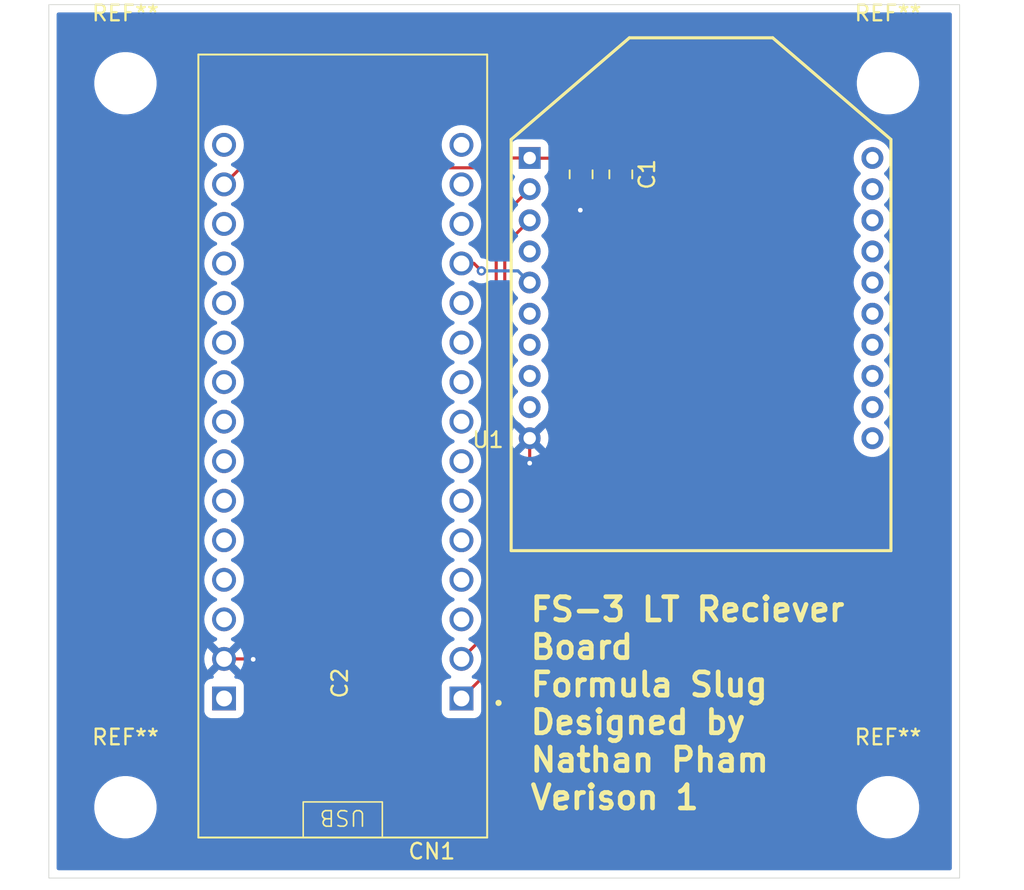
<source format=kicad_pcb>
(kicad_pcb (version 20240108) (generator "pcbnew") (generator_version "8.0")
  (layers (0 "F.Cu" signal) (31 "B.Cu" signal) (34 "B.Paste" user) (35 "F.Paste" user) (36 "B.SilkS" user "B.Silkscreen") (37 "F.SilkS" user "F.Silkscreen") (38 "B.Mask" user) (39 "F.Mask" user) (44 "Edge.Cuts" user))
  (net 0 "")
  (net 2 "GND")
  (net 8 "/RADIO_RESET")
  (net 14 "/RADIO_IN")
  (net 17 "/RADIO_OUT")
  (net 19 "+3V3")
  (footprint "MountingHole:MountingHole_3.5mm" (layer "F.Cu") (at 160.1 94.25)
    (property "Reference" "REF**" (at 0 -4.5 0) (layer "F.SilkS"))
    (property "Value" "MountingHole_3.5mm")
    (pad "" np_thru_hole circle (at 0 0) (size 3.5 3.5) (drill 3.5) (layers "*.Cu" "*.Mask"))
  )
  (footprint "FS_3_Global_Footprint_Library:NUCLEO-L432KC" (layer "F.Cu") (at 125.1 71.05 180)
    (property "Reference" "CN1" (at -5.715 -26.035 0) (layer "F.SilkS"))
    (property "Value" "NUCLEO-L432KC")
    (fp_line (start 9.27 25.145) (end -9.27 25.145) (stroke (width 0.127)) (layer "F.SilkS"))
    (fp_line (start 9.27 -25.145) (end 9.27 25.145) (stroke (width 0.127)) (layer "F.SilkS"))
    (fp_line (start -9.27 25.145) (end -9.27 -25.145) (stroke (width 0.127)) (layer "F.SilkS"))
    (fp_line (start -9.27 -25.145) (end 9.27 -25.145) (stroke (width 0.127)) (layer "F.SilkS"))
    (fp_rect (start -2.54 -25.146) (end 2.54 -22.86) (stroke (width 0.1)) (fill none) (layer "F.SilkS"))
    (fp_circle (center -10 -16.5) (end -9.9 -16.5) (stroke (width 0.2)) (fill none) (layer "F.SilkS"))
    (fp_text user "USB" (at 0 -23.876 180) (layer "F.SilkS") (effects (font (thickness 0.1))))
    (pad "CN3_1" thru_hole rect (at -7.62 -16.215 180) (size 1.53 1.53) (drill 1.02) (layers "*.Cu" "*.Mask") (net 14 "/RADIO_IN"))
    (pad "CN3_2" thru_hole circle (at -7.62 -13.675 180) (size 1.53 1.53) (drill 1.02) (layers "*.Cu" "*.Mask") (net 17 "/RADIO_OUT"))
    (pad "CN3_3" thru_hole circle (at -7.62 -11.135 180) (size 1.53 1.53) (drill 1.02) (layers "*.Cu" "*.Mask"))
    (pad "CN3_4" thru_hole circle (at -7.62 -8.595 180) (size 1.53 1.53) (drill 1.02) (layers "*.Cu" "*.Mask"))
    (pad "CN3_5" thru_hole circle (at -7.62 -6.055 180) (size 1.53 1.53) (drill 1.02) (layers "*.Cu" "*.Mask"))
    (pad "CN3_6" thru_hole circle (at -7.62 -3.515 180) (size 1.53 1.53) (drill 1.02) (layers "*.Cu" "*.Mask"))
    (pad "CN3_7" thru_hole circle (at -7.62 -0.975 180) (size 1.53 1.53) (drill 1.02) (layers "*.Cu" "*.Mask"))
    (pad "CN3_8" thru_hole circle (at -7.62 1.565 180) (size 1.53 1.53) (drill 1.02) (layers "*.Cu" "*.Mask"))
    (pad "CN3_9" thru_hole circle (at -7.62 4.105 180) (size 1.53 1.53) (drill 1.02) (layers "*.Cu" "*.Mask"))
    (pad "CN3_10" thru_hole circle (at -7.62 6.645 180) (size 1.53 1.53) (drill 1.02) (layers "*.Cu" "*.Mask"))
    (pad "CN3_11" thru_hole circle (at -7.62 9.185 180) (size 1.53 1.53) (drill 1.02) (layers "*.Cu" "*.Mask"))
    (pad "CN3_12" thru_hole circle (at -7.62 11.725 180) (size 1.53 1.53) (drill 1.02) (layers "*.Cu" "*.Mask") (net 8 "/RADIO_RESET"))
    (pad "CN3_13" thru_hole circle (at -7.62 14.265 180) (size 1.53 1.53) (drill 1.02) (layers "*.Cu" "*.Mask"))
    (pad "CN3_14" thru_hole circle (at -7.62 16.805 180) (size 1.53 1.53) (drill 1.02) (layers "*.Cu" "*.Mask"))
    (pad "CN3_15" thru_hole circle (at -7.62 19.345 180) (size 1.53 1.53) (drill 1.02) (layers "*.Cu" "*.Mask"))
    (pad "CN4_1" thru_hole rect (at 7.62 -16.215 180) (size 1.53 1.53) (drill 1.02) (layers "*.Cu" "*.Mask"))
    (pad "CN4_2" thru_hole circle (at 7.62 -13.675 180) (size 1.53 1.53) (drill 1.02) (layers "*.Cu" "*.Mask") (net 2 "GND"))
    (pad "CN4_3" thru_hole circle (at 7.62 -11.135 180) (size 1.53 1.53) (drill 1.02) (layers "*.Cu" "*.Mask"))
    (pad "CN4_4" thru_hole circle (at 7.62 -8.595 180) (size 1.53 1.53) (drill 1.02) (layers "*.Cu" "*.Mask"))
    (pad "CN4_5" thru_hole circle (at 7.62 -6.055 180) (size 1.53 1.53) (drill 1.02) (layers "*.Cu" "*.Mask"))
    (pad "CN4_6" thru_hole circle (at 7.62 -3.515 180) (size 1.53 1.53) (drill 1.02) (layers "*.Cu" "*.Mask"))
    (pad "CN4_7" thru_hole circle (at 7.62 -0.975 180) (size 1.53 1.53) (drill 1.02) (layers "*.Cu" "*.Mask"))
    (pad "CN4_8" thru_hole circle (at 7.62 1.565 180) (size 1.53 1.53) (drill 1.02) (layers "*.Cu" "*.Mask"))
    (pad "CN4_9" thru_hole circle (at 7.62 4.105 180) (size 1.53 1.53) (drill 1.02) (layers "*.Cu" "*.Mask"))
    (pad "CN4_10" thru_hole circle (at 7.62 6.645 180) (size 1.53 1.53) (drill 1.02) (layers "*.Cu" "*.Mask"))
    (pad "CN4_11" thru_hole circle (at 7.62 9.185 180) (size 1.53 1.53) (drill 1.02) (layers "*.Cu" "*.Mask"))
    (pad "CN4_12" thru_hole circle (at 7.62 11.725 180) (size 1.53 1.53) (drill 1.02) (layers "*.Cu" "*.Mask"))
    (pad "CN4_13" thru_hole circle (at 7.62 14.265 180) (size 1.53 1.53) (drill 1.02) (layers "*.Cu" "*.Mask"))
    (pad "CN4_14" thru_hole circle (at 7.62 16.805 180) (size 1.53 1.53) (drill 1.02) (layers "*.Cu" "*.Mask") (net 19 "+3V3"))
    (pad "CN4_15" thru_hole circle (at 7.62 19.345 180) (size 1.53 1.53) (drill 1.02) (layers "*.Cu" "*.Mask"))
  )
  (footprint "Capacitor_SMD:C_0805_2012Metric_Pad1.18x1.45mm_HandSolder" (layer "F.Cu") (at 142.95 53.6 -90)
    (property "Reference" "C1" (at 0 -1.68 90) (layer "F.SilkS"))
    (property "Value" "1.0 uF")
    (fp_line (start -0.261252 0.735) (end 0.261252 0.735) (stroke (width 0.12)) (layer "F.SilkS"))
    (fp_line (start -0.261252 -0.735) (end 0.261252 -0.735) (stroke (width 0.12)) (layer "F.SilkS"))
    (pad "1" smd roundrect (at -1.0375 0 270) (size 1.175 1.45) (layers "F.Cu" "F.Paste" "F.Mask") (roundrect_rratio 0.212766) (net 19 "+3V3"))
    (pad "2" smd roundrect (at 1.0375 0 270) (size 1.175 1.45) (layers "F.Cu" "F.Paste" "F.Mask") (roundrect_rratio 0.212766) (net 2 "GND"))
  )
  (footprint "MountingHole:MountingHole_3.5mm" (layer "F.Cu") (at 111.15 47.75)
    (property "Reference" "REF**" (at 0 -4.5 0) (layer "F.SilkS"))
    (property "Value" "MountingHole_3.5mm")
    (pad "" np_thru_hole circle (at 0 0) (size 3.5 3.5) (drill 3.5) (layers "*.Cu" "*.Mask"))
  )
  (footprint "FS_3_Global_Footprint_Library:XBP9B-DPST-001" (layer "F.Cu") (at 148.1 61.3)
    (property "Reference" "U1" (at -13.67664 9.3535 0) (layer "F.SilkS") (effects (font (size 1.003055 1.003055))))
    (property "Value" "XBP9B-DPST-001")
    (fp_line (start -12.19 -9.94) (end -4.6 -16.47) (stroke (width 0.2)) (layer "F.SilkS"))
    (fp_line (start -12.19 16.47) (end -12.19 -9.94) (stroke (width 0.2)) (layer "F.SilkS"))
    (fp_line (start -4.6 -16.47) (end 4.6 -16.47) (stroke (width 0.2)) (layer "F.SilkS"))
    (fp_line (start 12.19 -9.94) (end 4.6 -16.47) (stroke (width 0.2)) (layer "F.SilkS"))
    (fp_line (start 12.19 -9.94) (end 12.19 16.47) (stroke (width 0.2)) (layer "F.SilkS"))
    (fp_line (start 12.19 16.47) (end -12.19 16.47) (stroke (width 0.2)) (layer "F.SilkS"))
    (pad "1" thru_hole rect (at -11 -8.75) (size 1.4 1.4) (drill 0.8) (layers "*.Cu" "*.Mask") (net 19 "+3V3"))
    (pad "2" thru_hole circle (at -11 -6.75) (size 1.4 1.4) (drill 0.8) (layers "*.Cu" "*.Mask") (net 17 "/RADIO_OUT"))
    (pad "3" thru_hole circle (at -11 -4.75) (size 1.4 1.4) (drill 0.8) (layers "*.Cu" "*.Mask") (net 14 "/RADIO_IN"))
    (pad "4" thru_hole circle (at -11 -2.75) (size 1.4 1.4) (drill 0.8) (layers "*.Cu" "*.Mask"))
    (pad "5" thru_hole circle (at -11 -0.75) (size 1.4 1.4) (drill 0.8) (layers "*.Cu" "*.Mask") (net 8 "/RADIO_RESET"))
    (pad "6" thru_hole circle (at -11 1.25) (size 1.4 1.4) (drill 0.8) (layers "*.Cu" "*.Mask"))
    (pad "7" thru_hole circle (at -11 3.25) (size 1.4 1.4) (drill 0.8) (layers "*.Cu" "*.Mask"))
    (pad "8" thru_hole circle (at -11 5.25) (size 1.4 1.4) (drill 0.8) (layers "*.Cu" "*.Mask"))
    (pad "9" thru_hole circle (at -11 7.25) (size 1.4 1.4) (drill 0.8) (layers "*.Cu" "*.Mask"))
    (pad "10" thru_hole circle (at -11 9.25) (size 1.4 1.4) (drill 0.8) (layers "*.Cu" "*.Mask") (net 2 "GND"))
    (pad "11" thru_hole circle (at 11 9.25) (size 1.4 1.4) (drill 0.8) (layers "*.Cu" "*.Mask"))
    (pad "12" thru_hole circle (at 11 7.25) (size 1.4 1.4) (drill 0.8) (layers "*.Cu" "*.Mask"))
    (pad "13" thru_hole circle (at 11 5.25) (size 1.4 1.4) (drill 0.8) (layers "*.Cu" "*.Mask"))
    (pad "14" thru_hole circle (at 11 3.25) (size 1.4 1.4) (drill 0.8) (layers "*.Cu" "*.Mask"))
    (pad "15" thru_hole circle (at 11 1.25) (size 1.4 1.4) (drill 0.8) (layers "*.Cu" "*.Mask"))
    (pad "16" thru_hole circle (at 11 -0.75) (size 1.4 1.4) (drill 0.8) (layers "*.Cu" "*.Mask"))
    (pad "17" thru_hole circle (at 11 -2.75) (size 1.4 1.4) (drill 0.8) (layers "*.Cu" "*.Mask"))
    (pad "18" thru_hole circle (at 11 -4.75) (size 1.4 1.4) (drill 0.8) (layers "*.Cu" "*.Mask"))
    (pad "19" thru_hole circle (at 11 -6.75) (size 1.4 1.4) (drill 0.8) (layers "*.Cu" "*.Mask"))
    (pad "20" thru_hole circle (at 11 -8.75) (size 1.4 1.4) (drill 0.8) (layers "*.Cu" "*.Mask"))
  )
  (footprint "MountingHole:MountingHole_3.5mm" (layer "F.Cu") (at 111.15 94.25)
    (property "Reference" "REF**" (at 0 -4.5 0) (layer "F.SilkS"))
    (property "Value" "MountingHole_3.5mm")
    (pad "" np_thru_hole circle (at 0 0) (size 3.5 3.5) (drill 3.5) (layers "*.Cu" "*.Mask"))
  )
  (footprint "MountingHole:MountingHole_3.5mm" (layer "F.Cu") (at 160.1 47.75)
    (property "Reference" "REF**" (at 0 -4.5 0) (layer "F.SilkS"))
    (property "Value" "MountingHole_3.5mm")
    (pad "" np_thru_hole circle (at 0 0) (size 3.5 3.5) (drill 3.5) (layers "*.Cu" "*.Mask"))
  )
  (footprint "Capacitor_SMD:C_0805_2012Metric_Pad1.18x1.45mm_HandSolder" (layer "F.Cu") (at 140.4 53.6 -90)
    (property "Reference" "C2" (at 32.6825 15.49 90) (layer "F.SilkS"))
    (property "Value" "47 pF")
    (fp_line (start -0.261252 0.735) (end 0.261252 0.735) (stroke (width 0.12)) (layer "F.SilkS"))
    (fp_line (start -0.261252 -0.735) (end 0.261252 -0.735) (stroke (width 0.12)) (layer "F.SilkS"))
    (pad "1" smd roundrect (at -1.0375 0 270) (size 1.175 1.45) (layers "F.Cu" "F.Paste" "F.Mask") (roundrect_rratio 0.212766) (net 19 "+3V3"))
    (pad "2" smd roundrect (at 1.0375 0 270) (size 1.175 1.45) (layers "F.Cu" "F.Paste" "F.Mask") (roundrect_rratio 0.212766) (net 2 "GND"))
  )
  (gr_rect (start 106.23 42.7) (end 164.7 98.8) (stroke (width 0.05)) (fill none) (layer "Edge.Cuts"))
  (gr_text "FS-3 LT Reciever \nBoard\nFormula Slug\nDesigned by \nNathan Pham\nVerison 1\n" (at 137 94.5 0) (layer "F.SilkS") (effects (font (size 1.5 1.5) (thickness 0.3) (bold yes)) (justify left bottom)))
  (segment (start 137.1 70.55) (end 137.1 72.15) (width 0.2) (layer "F.Cu") (net 2))
  (segment (start 119.325 84.725) (end 119.35 84.75) (width 0.2) (layer "F.Cu") (net 2))
  (segment (start 117.48 84.725) (end 119.325 84.725) (width 0.2) (layer "F.Cu") (net 2))
  (segment (start 140.4 54.6375) (end 142.95 54.6375) (width 0.2) (layer "F.Cu") (net 2))
  (segment (start 140.4 54.6375) (end 140.4 55.85) (width 0.2) (layer "F.Cu") (net 2))
  (segment (start 140.4 55.85) (end 140.35 55.9) (width 0.2) (layer "F.Cu") (net 2))
  (via (at 140.35 55.9) (size 0.6) (drill 0.3) (layers "F.Cu" "B.Cu") (net 2))
  (via (at 137.1 72.15) (size 0.6) (drill 0.3) (layers "F.Cu" "B.Cu") (net 2))
  (via (at 119.35 84.75) (size 0.6) (drill 0.3) (layers "F.Cu" "B.Cu") (net 2))
  (segment (start 132.72 59.325) (end 133.525 59.325) (width 0.2) (layer "F.Cu") (net 8))
  (segment (start 133.525 59.325) (end 134 59.8) (width 0.2) (layer "F.Cu") (net 8))
  (via (at 134 59.8) (size 0.6) (drill 0.3) (layers "F.Cu" "B.Cu") (net 8))
  (segment (start 134 59.8) (end 136.35 59.8) (width 0.2) (layer "B.Cu") (net 8))
  (segment (start 136.35 59.8) (end 137.1 60.55) (width 0.2) (layer "B.Cu") (net 8))
  (segment (start 135.5 58.15) (end 137.1 56.55) (width 0.2) (layer "F.Cu") (net 14))
  (segment (start 135.5 84.485) (end 135.5 58.15) (width 0.2) (layer "F.Cu") (net 14))
  (segment (start 132.72 87.265) (end 135.5 84.485) (width 0.2) (layer "F.Cu") (net 14))
  (segment (start 132.72 84.725) (end 134.95 82.495) (width 0.2) (layer "F.Cu") (net 17))
  (segment (start 137.1 54.55) (end 134.95 56.7) (width 0.2) (layer "F.Cu") (net 17))
  (segment (start 134.95 56.7) (end 134.95 82.35) (width 0.2) (layer "F.Cu") (net 17))
  (segment (start 134.95 82.495) (end 134.95 82.35) (width 0.2) (layer "F.Cu") (net 17))
  (segment (start 118.545 53.18) (end 134.52 53.18) (width 0.2) (layer "F.Cu") (net 19))
  (segment (start 135.15 52.55) (end 137.1 52.55) (width 0.2) (layer "F.Cu") (net 19))
  (segment (start 140.4 52.5625) (end 137.1125 52.5625) (width 0.2) (layer "F.Cu") (net 19))
  (segment (start 142.95 52.5625) (end 140.4 52.5625) (width 0.2) (layer "F.Cu") (net 19))
  (segment (start 117.48 54.245) (end 118.545 53.18) (width 0.2) (layer "F.Cu") (net 19))
  (segment (start 134.52 53.18) (end 135.15 52.55) (width 0.2) (layer "F.Cu") (net 19))
  (segment (start 137.1125 52.5625) (end 137.1 52.55) (width 0.2) (layer "F.Cu") (net 19))
  (zone (net 2) (net_name "GND") (layer "B.Cu") (connect_pads (clearance 0.5)) (min_thickness 0.25) (fill yes (thermal_gap 0.5) (thermal_bridge_width 0.5) (island_removal_mode 1) (island_area_min 9.999999))
    (polygon (pts (xy 106.24 42.9) (xy 106.19 98.45) (xy 164.65 98.55) (xy 164.75 42.9)))
  )
)
</source>
